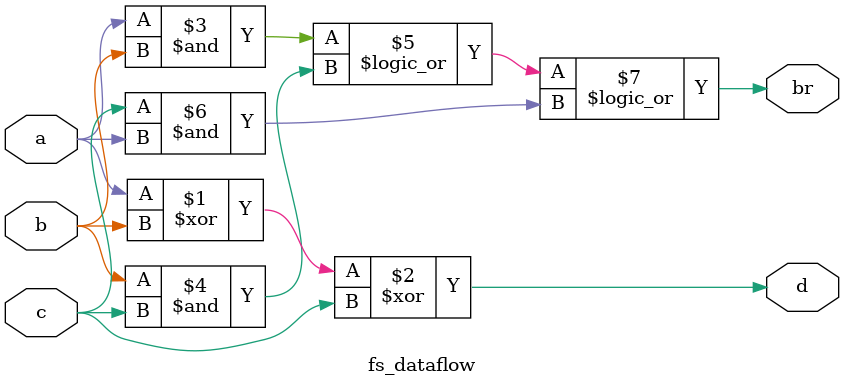
<source format=v>

module fs_dataflow(a,b,c,d,br);
input a,b,c;
output wire d,br;
assign d= a^b^c;
assign br= (a&b)||(b&c)||(c&a);
endmodule

</source>
